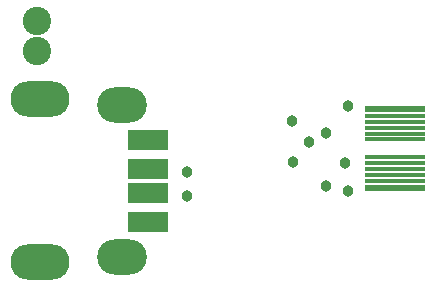
<source format=gbs>
G04 Layer_Color=16711935*
%FSLAX25Y25*%
%MOIN*%
G70*
G01*
G75*
%ADD23R,0.20485X0.01587*%
%ADD24C,0.09461*%
%ADD25O,0.16548X0.11824*%
%ADD26O,0.19698X0.11824*%
%ADD27C,0.03800*%
%ADD28R,0.13595X0.06706*%
%ADD29R,0.20485X0.02375*%
D23*
X133600Y35546D02*
D03*
Y37515D02*
D03*
Y39483D02*
D03*
Y41452D02*
D03*
Y43420D02*
D03*
Y49326D02*
D03*
Y51294D02*
D03*
Y53263D02*
D03*
Y55231D02*
D03*
Y57200D02*
D03*
D24*
X14500Y88900D02*
D03*
Y78900D02*
D03*
D25*
X42563Y60894D02*
D03*
Y10106D02*
D03*
D26*
X15358Y8335D02*
D03*
Y62665D02*
D03*
D27*
X64437Y30563D02*
D03*
Y38437D02*
D03*
X116948Y41452D02*
D03*
X105000Y48500D02*
D03*
X118000Y32000D02*
D03*
Y60500D02*
D03*
X99500Y55500D02*
D03*
X110700Y51600D02*
D03*
X99700Y41800D02*
D03*
X110800Y33800D02*
D03*
D28*
X51500Y21721D02*
D03*
Y49279D02*
D03*
Y39437D02*
D03*
Y31563D02*
D03*
D29*
X133600Y59562D02*
D03*
Y33183D02*
D03*
M02*

</source>
